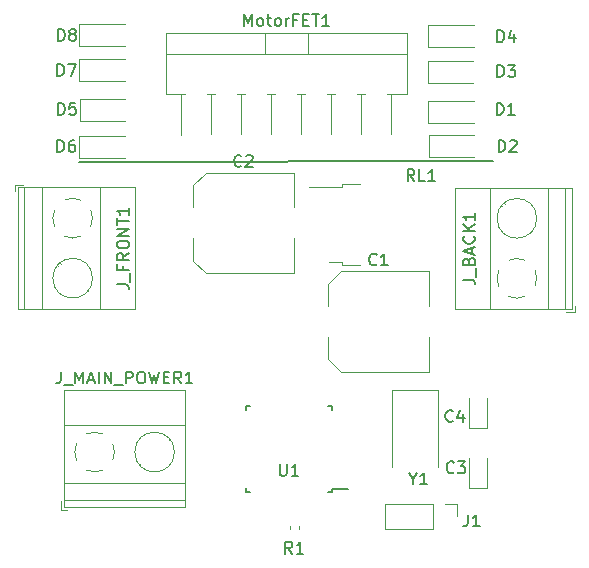
<source format=gbr>
%TF.GenerationSoftware,KiCad,Pcbnew,(6.0.5-0)*%
%TF.CreationDate,2022-06-28T17:28:19+02:00*%
%TF.ProjectId,JeepPCB,4a656570-5043-4422-9e6b-696361645f70,rev?*%
%TF.SameCoordinates,Original*%
%TF.FileFunction,Legend,Top*%
%TF.FilePolarity,Positive*%
%FSLAX46Y46*%
G04 Gerber Fmt 4.6, Leading zero omitted, Abs format (unit mm)*
G04 Created by KiCad (PCBNEW (6.0.5-0)) date 2022-06-28 17:28:19*
%MOMM*%
%LPD*%
G01*
G04 APERTURE LIST*
%ADD10C,0.150000*%
%ADD11C,0.120000*%
G04 APERTURE END LIST*
D10*
X43200000Y-53700000D02*
X78300000Y-53650000D01*
%TO.C,RL1*%
X71628571Y-55302380D02*
X71295238Y-54826190D01*
X71057142Y-55302380D02*
X71057142Y-54302380D01*
X71438095Y-54302380D01*
X71533333Y-54350000D01*
X71580952Y-54397619D01*
X71628571Y-54492857D01*
X71628571Y-54635714D01*
X71580952Y-54730952D01*
X71533333Y-54778571D01*
X71438095Y-54826190D01*
X71057142Y-54826190D01*
X72533333Y-55302380D02*
X72057142Y-55302380D01*
X72057142Y-54302380D01*
X73390476Y-55302380D02*
X72819047Y-55302380D01*
X73104761Y-55302380D02*
X73104761Y-54302380D01*
X73009523Y-54445238D01*
X72914285Y-54540476D01*
X72819047Y-54588095D01*
%TO.C,C3*%
X74983333Y-79957142D02*
X74935714Y-80004761D01*
X74792857Y-80052380D01*
X74697619Y-80052380D01*
X74554761Y-80004761D01*
X74459523Y-79909523D01*
X74411904Y-79814285D01*
X74364285Y-79623809D01*
X74364285Y-79480952D01*
X74411904Y-79290476D01*
X74459523Y-79195238D01*
X74554761Y-79100000D01*
X74697619Y-79052380D01*
X74792857Y-79052380D01*
X74935714Y-79100000D01*
X74983333Y-79147619D01*
X75316666Y-79052380D02*
X75935714Y-79052380D01*
X75602380Y-79433333D01*
X75745238Y-79433333D01*
X75840476Y-79480952D01*
X75888095Y-79528571D01*
X75935714Y-79623809D01*
X75935714Y-79861904D01*
X75888095Y-79957142D01*
X75840476Y-80004761D01*
X75745238Y-80052380D01*
X75459523Y-80052380D01*
X75364285Y-80004761D01*
X75316666Y-79957142D01*
%TO.C,D4*%
X78661904Y-43552380D02*
X78661904Y-42552380D01*
X78900000Y-42552380D01*
X79042857Y-42600000D01*
X79138095Y-42695238D01*
X79185714Y-42790476D01*
X79233333Y-42980952D01*
X79233333Y-43123809D01*
X79185714Y-43314285D01*
X79138095Y-43409523D01*
X79042857Y-43504761D01*
X78900000Y-43552380D01*
X78661904Y-43552380D01*
X80090476Y-42885714D02*
X80090476Y-43552380D01*
X79852380Y-42504761D02*
X79614285Y-43219047D01*
X80233333Y-43219047D01*
%TO.C,D6*%
X41411904Y-52852380D02*
X41411904Y-51852380D01*
X41650000Y-51852380D01*
X41792857Y-51900000D01*
X41888095Y-51995238D01*
X41935714Y-52090476D01*
X41983333Y-52280952D01*
X41983333Y-52423809D01*
X41935714Y-52614285D01*
X41888095Y-52709523D01*
X41792857Y-52804761D01*
X41650000Y-52852380D01*
X41411904Y-52852380D01*
X42840476Y-51852380D02*
X42650000Y-51852380D01*
X42554761Y-51900000D01*
X42507142Y-51947619D01*
X42411904Y-52090476D01*
X42364285Y-52280952D01*
X42364285Y-52661904D01*
X42411904Y-52757142D01*
X42459523Y-52804761D01*
X42554761Y-52852380D01*
X42745238Y-52852380D01*
X42840476Y-52804761D01*
X42888095Y-52757142D01*
X42935714Y-52661904D01*
X42935714Y-52423809D01*
X42888095Y-52328571D01*
X42840476Y-52280952D01*
X42745238Y-52233333D01*
X42554761Y-52233333D01*
X42459523Y-52280952D01*
X42411904Y-52328571D01*
X42364285Y-52423809D01*
%TO.C,U1*%
X60238095Y-79252380D02*
X60238095Y-80061904D01*
X60285714Y-80157142D01*
X60333333Y-80204761D01*
X60428571Y-80252380D01*
X60619047Y-80252380D01*
X60714285Y-80204761D01*
X60761904Y-80157142D01*
X60809523Y-80061904D01*
X60809523Y-79252380D01*
X61809523Y-80252380D02*
X61238095Y-80252380D01*
X61523809Y-80252380D02*
X61523809Y-79252380D01*
X61428571Y-79395238D01*
X61333333Y-79490476D01*
X61238095Y-79538095D01*
%TO.C,D1*%
X78611904Y-49702380D02*
X78611904Y-48702380D01*
X78850000Y-48702380D01*
X78992857Y-48750000D01*
X79088095Y-48845238D01*
X79135714Y-48940476D01*
X79183333Y-49130952D01*
X79183333Y-49273809D01*
X79135714Y-49464285D01*
X79088095Y-49559523D01*
X78992857Y-49654761D01*
X78850000Y-49702380D01*
X78611904Y-49702380D01*
X80135714Y-49702380D02*
X79564285Y-49702380D01*
X79850000Y-49702380D02*
X79850000Y-48702380D01*
X79754761Y-48845238D01*
X79659523Y-48940476D01*
X79564285Y-48988095D01*
%TO.C,J1*%
X76166666Y-83552380D02*
X76166666Y-84266666D01*
X76119047Y-84409523D01*
X76023809Y-84504761D01*
X75880952Y-84552380D01*
X75785714Y-84552380D01*
X77166666Y-84552380D02*
X76595238Y-84552380D01*
X76880952Y-84552380D02*
X76880952Y-83552380D01*
X76785714Y-83695238D01*
X76690476Y-83790476D01*
X76595238Y-83838095D01*
%TO.C,D8*%
X41461904Y-43452380D02*
X41461904Y-42452380D01*
X41700000Y-42452380D01*
X41842857Y-42500000D01*
X41938095Y-42595238D01*
X41985714Y-42690476D01*
X42033333Y-42880952D01*
X42033333Y-43023809D01*
X41985714Y-43214285D01*
X41938095Y-43309523D01*
X41842857Y-43404761D01*
X41700000Y-43452380D01*
X41461904Y-43452380D01*
X42604761Y-42880952D02*
X42509523Y-42833333D01*
X42461904Y-42785714D01*
X42414285Y-42690476D01*
X42414285Y-42642857D01*
X42461904Y-42547619D01*
X42509523Y-42500000D01*
X42604761Y-42452380D01*
X42795238Y-42452380D01*
X42890476Y-42500000D01*
X42938095Y-42547619D01*
X42985714Y-42642857D01*
X42985714Y-42690476D01*
X42938095Y-42785714D01*
X42890476Y-42833333D01*
X42795238Y-42880952D01*
X42604761Y-42880952D01*
X42509523Y-42928571D01*
X42461904Y-42976190D01*
X42414285Y-43071428D01*
X42414285Y-43261904D01*
X42461904Y-43357142D01*
X42509523Y-43404761D01*
X42604761Y-43452380D01*
X42795238Y-43452380D01*
X42890476Y-43404761D01*
X42938095Y-43357142D01*
X42985714Y-43261904D01*
X42985714Y-43071428D01*
X42938095Y-42976190D01*
X42890476Y-42928571D01*
X42795238Y-42880952D01*
%TO.C,D2*%
X78761904Y-52852380D02*
X78761904Y-51852380D01*
X79000000Y-51852380D01*
X79142857Y-51900000D01*
X79238095Y-51995238D01*
X79285714Y-52090476D01*
X79333333Y-52280952D01*
X79333333Y-52423809D01*
X79285714Y-52614285D01*
X79238095Y-52709523D01*
X79142857Y-52804761D01*
X79000000Y-52852380D01*
X78761904Y-52852380D01*
X79714285Y-51947619D02*
X79761904Y-51900000D01*
X79857142Y-51852380D01*
X80095238Y-51852380D01*
X80190476Y-51900000D01*
X80238095Y-51947619D01*
X80285714Y-52042857D01*
X80285714Y-52138095D01*
X80238095Y-52280952D01*
X79666666Y-52852380D01*
X80285714Y-52852380D01*
%TO.C,D5*%
X41461904Y-49702380D02*
X41461904Y-48702380D01*
X41700000Y-48702380D01*
X41842857Y-48750000D01*
X41938095Y-48845238D01*
X41985714Y-48940476D01*
X42033333Y-49130952D01*
X42033333Y-49273809D01*
X41985714Y-49464285D01*
X41938095Y-49559523D01*
X41842857Y-49654761D01*
X41700000Y-49702380D01*
X41461904Y-49702380D01*
X42938095Y-48702380D02*
X42461904Y-48702380D01*
X42414285Y-49178571D01*
X42461904Y-49130952D01*
X42557142Y-49083333D01*
X42795238Y-49083333D01*
X42890476Y-49130952D01*
X42938095Y-49178571D01*
X42985714Y-49273809D01*
X42985714Y-49511904D01*
X42938095Y-49607142D01*
X42890476Y-49654761D01*
X42795238Y-49702380D01*
X42557142Y-49702380D01*
X42461904Y-49654761D01*
X42414285Y-49607142D01*
%TO.C,J_FRONT1*%
X46452380Y-64066428D02*
X47166666Y-64066428D01*
X47309523Y-64114047D01*
X47404761Y-64209285D01*
X47452380Y-64352142D01*
X47452380Y-64447380D01*
X47547619Y-63828333D02*
X47547619Y-63066428D01*
X46928571Y-62495000D02*
X46928571Y-62828333D01*
X47452380Y-62828333D02*
X46452380Y-62828333D01*
X46452380Y-62352142D01*
X47452380Y-61399761D02*
X46976190Y-61733095D01*
X47452380Y-61971190D02*
X46452380Y-61971190D01*
X46452380Y-61590238D01*
X46500000Y-61495000D01*
X46547619Y-61447380D01*
X46642857Y-61399761D01*
X46785714Y-61399761D01*
X46880952Y-61447380D01*
X46928571Y-61495000D01*
X46976190Y-61590238D01*
X46976190Y-61971190D01*
X46452380Y-60780714D02*
X46452380Y-60590238D01*
X46500000Y-60495000D01*
X46595238Y-60399761D01*
X46785714Y-60352142D01*
X47119047Y-60352142D01*
X47309523Y-60399761D01*
X47404761Y-60495000D01*
X47452380Y-60590238D01*
X47452380Y-60780714D01*
X47404761Y-60875952D01*
X47309523Y-60971190D01*
X47119047Y-61018809D01*
X46785714Y-61018809D01*
X46595238Y-60971190D01*
X46500000Y-60875952D01*
X46452380Y-60780714D01*
X47452380Y-59923571D02*
X46452380Y-59923571D01*
X47452380Y-59352142D01*
X46452380Y-59352142D01*
X46452380Y-59018809D02*
X46452380Y-58447380D01*
X47452380Y-58733095D02*
X46452380Y-58733095D01*
X47452380Y-57590238D02*
X47452380Y-58161666D01*
X47452380Y-57875952D02*
X46452380Y-57875952D01*
X46595238Y-57971190D01*
X46690476Y-58066428D01*
X46738095Y-58161666D01*
%TO.C,Y1*%
X71523809Y-80526190D02*
X71523809Y-81002380D01*
X71190476Y-80002380D02*
X71523809Y-80526190D01*
X71857142Y-80002380D01*
X72714285Y-81002380D02*
X72142857Y-81002380D01*
X72428571Y-81002380D02*
X72428571Y-80002380D01*
X72333333Y-80145238D01*
X72238095Y-80240476D01*
X72142857Y-80288095D01*
%TO.C,C2*%
X56983333Y-54007142D02*
X56935714Y-54054761D01*
X56792857Y-54102380D01*
X56697619Y-54102380D01*
X56554761Y-54054761D01*
X56459523Y-53959523D01*
X56411904Y-53864285D01*
X56364285Y-53673809D01*
X56364285Y-53530952D01*
X56411904Y-53340476D01*
X56459523Y-53245238D01*
X56554761Y-53150000D01*
X56697619Y-53102380D01*
X56792857Y-53102380D01*
X56935714Y-53150000D01*
X56983333Y-53197619D01*
X57364285Y-53197619D02*
X57411904Y-53150000D01*
X57507142Y-53102380D01*
X57745238Y-53102380D01*
X57840476Y-53150000D01*
X57888095Y-53197619D01*
X57935714Y-53292857D01*
X57935714Y-53388095D01*
X57888095Y-53530952D01*
X57316666Y-54102380D01*
X57935714Y-54102380D01*
%TO.C,C4*%
X74883333Y-75607142D02*
X74835714Y-75654761D01*
X74692857Y-75702380D01*
X74597619Y-75702380D01*
X74454761Y-75654761D01*
X74359523Y-75559523D01*
X74311904Y-75464285D01*
X74264285Y-75273809D01*
X74264285Y-75130952D01*
X74311904Y-74940476D01*
X74359523Y-74845238D01*
X74454761Y-74750000D01*
X74597619Y-74702380D01*
X74692857Y-74702380D01*
X74835714Y-74750000D01*
X74883333Y-74797619D01*
X75740476Y-75035714D02*
X75740476Y-75702380D01*
X75502380Y-74654761D02*
X75264285Y-75369047D01*
X75883333Y-75369047D01*
%TO.C,R1*%
X61283333Y-86852380D02*
X60950000Y-86376190D01*
X60711904Y-86852380D02*
X60711904Y-85852380D01*
X61092857Y-85852380D01*
X61188095Y-85900000D01*
X61235714Y-85947619D01*
X61283333Y-86042857D01*
X61283333Y-86185714D01*
X61235714Y-86280952D01*
X61188095Y-86328571D01*
X61092857Y-86376190D01*
X60711904Y-86376190D01*
X62235714Y-86852380D02*
X61664285Y-86852380D01*
X61950000Y-86852380D02*
X61950000Y-85852380D01*
X61854761Y-85995238D01*
X61759523Y-86090476D01*
X61664285Y-86138095D01*
%TO.C,C1*%
X68433333Y-62357142D02*
X68385714Y-62404761D01*
X68242857Y-62452380D01*
X68147619Y-62452380D01*
X68004761Y-62404761D01*
X67909523Y-62309523D01*
X67861904Y-62214285D01*
X67814285Y-62023809D01*
X67814285Y-61880952D01*
X67861904Y-61690476D01*
X67909523Y-61595238D01*
X68004761Y-61500000D01*
X68147619Y-61452380D01*
X68242857Y-61452380D01*
X68385714Y-61500000D01*
X68433333Y-61547619D01*
X69385714Y-62452380D02*
X68814285Y-62452380D01*
X69100000Y-62452380D02*
X69100000Y-61452380D01*
X69004761Y-61595238D01*
X68909523Y-61690476D01*
X68814285Y-61738095D01*
%TO.C,J_MAIN_POWER1*%
X41690238Y-71447380D02*
X41690238Y-72161666D01*
X41642619Y-72304523D01*
X41547380Y-72399761D01*
X41404523Y-72447380D01*
X41309285Y-72447380D01*
X41928333Y-72542619D02*
X42690238Y-72542619D01*
X42928333Y-72447380D02*
X42928333Y-71447380D01*
X43261666Y-72161666D01*
X43594999Y-71447380D01*
X43594999Y-72447380D01*
X44023571Y-72161666D02*
X44499761Y-72161666D01*
X43928333Y-72447380D02*
X44261666Y-71447380D01*
X44594999Y-72447380D01*
X44928333Y-72447380D02*
X44928333Y-71447380D01*
X45404523Y-72447380D02*
X45404523Y-71447380D01*
X45975952Y-72447380D01*
X45975952Y-71447380D01*
X46214047Y-72542619D02*
X46975952Y-72542619D01*
X47214047Y-72447380D02*
X47214047Y-71447380D01*
X47594999Y-71447380D01*
X47690238Y-71495000D01*
X47737857Y-71542619D01*
X47785476Y-71637857D01*
X47785476Y-71780714D01*
X47737857Y-71875952D01*
X47690238Y-71923571D01*
X47594999Y-71971190D01*
X47214047Y-71971190D01*
X48404523Y-71447380D02*
X48594999Y-71447380D01*
X48690238Y-71495000D01*
X48785476Y-71590238D01*
X48833095Y-71780714D01*
X48833095Y-72114047D01*
X48785476Y-72304523D01*
X48690238Y-72399761D01*
X48594999Y-72447380D01*
X48404523Y-72447380D01*
X48309285Y-72399761D01*
X48214047Y-72304523D01*
X48166428Y-72114047D01*
X48166428Y-71780714D01*
X48214047Y-71590238D01*
X48309285Y-71495000D01*
X48404523Y-71447380D01*
X49166428Y-71447380D02*
X49404523Y-72447380D01*
X49594999Y-71733095D01*
X49785476Y-72447380D01*
X50023571Y-71447380D01*
X50404523Y-71923571D02*
X50737857Y-71923571D01*
X50880714Y-72447380D02*
X50404523Y-72447380D01*
X50404523Y-71447380D01*
X50880714Y-71447380D01*
X51880714Y-72447380D02*
X51547380Y-71971190D01*
X51309285Y-72447380D02*
X51309285Y-71447380D01*
X51690238Y-71447380D01*
X51785476Y-71495000D01*
X51833095Y-71542619D01*
X51880714Y-71637857D01*
X51880714Y-71780714D01*
X51833095Y-71875952D01*
X51785476Y-71923571D01*
X51690238Y-71971190D01*
X51309285Y-71971190D01*
X52833095Y-72447380D02*
X52261666Y-72447380D01*
X52547380Y-72447380D02*
X52547380Y-71447380D01*
X52452142Y-71590238D01*
X52356904Y-71685476D01*
X52261666Y-71733095D01*
%TO.C,D7*%
X41411904Y-46402380D02*
X41411904Y-45402380D01*
X41650000Y-45402380D01*
X41792857Y-45450000D01*
X41888095Y-45545238D01*
X41935714Y-45640476D01*
X41983333Y-45830952D01*
X41983333Y-45973809D01*
X41935714Y-46164285D01*
X41888095Y-46259523D01*
X41792857Y-46354761D01*
X41650000Y-46402380D01*
X41411904Y-46402380D01*
X42316666Y-45402380D02*
X42983333Y-45402380D01*
X42554761Y-46402380D01*
%TO.C,D3*%
X78661904Y-46502380D02*
X78661904Y-45502380D01*
X78900000Y-45502380D01*
X79042857Y-45550000D01*
X79138095Y-45645238D01*
X79185714Y-45740476D01*
X79233333Y-45930952D01*
X79233333Y-46073809D01*
X79185714Y-46264285D01*
X79138095Y-46359523D01*
X79042857Y-46454761D01*
X78900000Y-46502380D01*
X78661904Y-46502380D01*
X79566666Y-45502380D02*
X80185714Y-45502380D01*
X79852380Y-45883333D01*
X79995238Y-45883333D01*
X80090476Y-45930952D01*
X80138095Y-45978571D01*
X80185714Y-46073809D01*
X80185714Y-46311904D01*
X80138095Y-46407142D01*
X80090476Y-46454761D01*
X79995238Y-46502380D01*
X79709523Y-46502380D01*
X79614285Y-46454761D01*
X79566666Y-46407142D01*
%TO.C,MotorFET1*%
X57223571Y-42187380D02*
X57223571Y-41187380D01*
X57556904Y-41901666D01*
X57890238Y-41187380D01*
X57890238Y-42187380D01*
X58509285Y-42187380D02*
X58414047Y-42139761D01*
X58366428Y-42092142D01*
X58318809Y-41996904D01*
X58318809Y-41711190D01*
X58366428Y-41615952D01*
X58414047Y-41568333D01*
X58509285Y-41520714D01*
X58652142Y-41520714D01*
X58747380Y-41568333D01*
X58795000Y-41615952D01*
X58842619Y-41711190D01*
X58842619Y-41996904D01*
X58795000Y-42092142D01*
X58747380Y-42139761D01*
X58652142Y-42187380D01*
X58509285Y-42187380D01*
X59128333Y-41520714D02*
X59509285Y-41520714D01*
X59271190Y-41187380D02*
X59271190Y-42044523D01*
X59318809Y-42139761D01*
X59414047Y-42187380D01*
X59509285Y-42187380D01*
X59985476Y-42187380D02*
X59890238Y-42139761D01*
X59842619Y-42092142D01*
X59795000Y-41996904D01*
X59795000Y-41711190D01*
X59842619Y-41615952D01*
X59890238Y-41568333D01*
X59985476Y-41520714D01*
X60128333Y-41520714D01*
X60223571Y-41568333D01*
X60271190Y-41615952D01*
X60318809Y-41711190D01*
X60318809Y-41996904D01*
X60271190Y-42092142D01*
X60223571Y-42139761D01*
X60128333Y-42187380D01*
X59985476Y-42187380D01*
X60747380Y-42187380D02*
X60747380Y-41520714D01*
X60747380Y-41711190D02*
X60795000Y-41615952D01*
X60842619Y-41568333D01*
X60937857Y-41520714D01*
X61033095Y-41520714D01*
X61699761Y-41663571D02*
X61366428Y-41663571D01*
X61366428Y-42187380D02*
X61366428Y-41187380D01*
X61842619Y-41187380D01*
X62223571Y-41663571D02*
X62556904Y-41663571D01*
X62699761Y-42187380D02*
X62223571Y-42187380D01*
X62223571Y-41187380D01*
X62699761Y-41187380D01*
X62985476Y-41187380D02*
X63556904Y-41187380D01*
X63271190Y-42187380D02*
X63271190Y-41187380D01*
X64414047Y-42187380D02*
X63842619Y-42187380D01*
X64128333Y-42187380D02*
X64128333Y-41187380D01*
X64033095Y-41330238D01*
X63937857Y-41425476D01*
X63842619Y-41473095D01*
%TO.C,J_BACK1*%
X75757380Y-63647857D02*
X76471666Y-63647857D01*
X76614523Y-63695476D01*
X76709761Y-63790714D01*
X76757380Y-63933571D01*
X76757380Y-64028809D01*
X76852619Y-63409761D02*
X76852619Y-62647857D01*
X76233571Y-62076428D02*
X76281190Y-61933571D01*
X76328809Y-61885952D01*
X76424047Y-61838333D01*
X76566904Y-61838333D01*
X76662142Y-61885952D01*
X76709761Y-61933571D01*
X76757380Y-62028809D01*
X76757380Y-62409761D01*
X75757380Y-62409761D01*
X75757380Y-62076428D01*
X75805000Y-61981190D01*
X75852619Y-61933571D01*
X75947857Y-61885952D01*
X76043095Y-61885952D01*
X76138333Y-61933571D01*
X76185952Y-61981190D01*
X76233571Y-62076428D01*
X76233571Y-62409761D01*
X76471666Y-61457380D02*
X76471666Y-60981190D01*
X76757380Y-61552619D02*
X75757380Y-61219285D01*
X76757380Y-60885952D01*
X76662142Y-59981190D02*
X76709761Y-60028809D01*
X76757380Y-60171666D01*
X76757380Y-60266904D01*
X76709761Y-60409761D01*
X76614523Y-60505000D01*
X76519285Y-60552619D01*
X76328809Y-60600238D01*
X76185952Y-60600238D01*
X75995476Y-60552619D01*
X75900238Y-60505000D01*
X75805000Y-60409761D01*
X75757380Y-60266904D01*
X75757380Y-60171666D01*
X75805000Y-60028809D01*
X75852619Y-59981190D01*
X76757380Y-59552619D02*
X75757380Y-59552619D01*
X76757380Y-58981190D02*
X76185952Y-59409761D01*
X75757380Y-58981190D02*
X76328809Y-59552619D01*
X76757380Y-58028809D02*
X76757380Y-58600238D01*
X76757380Y-58314523D02*
X75757380Y-58314523D01*
X75900238Y-58409761D01*
X75995476Y-58505000D01*
X76043095Y-58600238D01*
D11*
%TO.C,RL1*%
X65530000Y-55550000D02*
X65530000Y-55820000D01*
X65530000Y-62450000D02*
X65530000Y-62180000D01*
X65530000Y-62180000D02*
X64430000Y-62180000D01*
X65530000Y-55820000D02*
X62700000Y-55820000D01*
X67030000Y-55550000D02*
X65530000Y-55550000D01*
X67030000Y-62450000D02*
X65530000Y-62450000D01*
%TO.C,C3*%
X76215000Y-78800000D02*
X76215000Y-81285000D01*
X77785000Y-81285000D02*
X77785000Y-78800000D01*
X76215000Y-81285000D02*
X77785000Y-81285000D01*
%TO.C,D4*%
X76650000Y-42070000D02*
X72820000Y-42070000D01*
X72820000Y-42070000D02*
X72820000Y-43930000D01*
X72820000Y-43930000D02*
X76650000Y-43930000D01*
%TO.C,D6*%
X47100000Y-51470000D02*
X43270000Y-51470000D01*
X43270000Y-51470000D02*
X43270000Y-53330000D01*
X43270000Y-53330000D02*
X47100000Y-53330000D01*
D10*
%TO.C,U1*%
X64625000Y-81625000D02*
X64625000Y-81400000D01*
X57375000Y-74375000D02*
X57375000Y-74700000D01*
X64625000Y-74375000D02*
X64300000Y-74375000D01*
X64625000Y-74375000D02*
X64625000Y-74700000D01*
X57375000Y-74375000D02*
X57700000Y-74375000D01*
X64625000Y-81625000D02*
X64300000Y-81625000D01*
X57375000Y-81625000D02*
X57700000Y-81625000D01*
X64625000Y-81400000D02*
X66050000Y-81400000D01*
X57375000Y-81625000D02*
X57375000Y-81300000D01*
D11*
%TO.C,D1*%
X72820000Y-50380000D02*
X76650000Y-50380000D01*
X72820000Y-48520000D02*
X72820000Y-50380000D01*
X76650000Y-48520000D02*
X72820000Y-48520000D01*
%TO.C,J1*%
X73200000Y-82640000D02*
X73200000Y-84760000D01*
X75260000Y-82640000D02*
X75260000Y-83700000D01*
X73200000Y-82640000D02*
X69140000Y-82640000D01*
X74200000Y-82640000D02*
X75260000Y-82640000D01*
X73200000Y-84760000D02*
X69140000Y-84760000D01*
X69140000Y-82640000D02*
X69140000Y-84760000D01*
%TO.C,D8*%
X43270000Y-43880000D02*
X47100000Y-43880000D01*
X47100000Y-42020000D02*
X43270000Y-42020000D01*
X43270000Y-42020000D02*
X43270000Y-43880000D01*
%TO.C,D2*%
X72870000Y-51420000D02*
X72870000Y-53280000D01*
X72870000Y-53280000D02*
X76700000Y-53280000D01*
X76700000Y-51420000D02*
X72870000Y-51420000D01*
%TO.C,D5*%
X43320000Y-50230000D02*
X47150000Y-50230000D01*
X47150000Y-48370000D02*
X43320000Y-48370000D01*
X43320000Y-48370000D02*
X43320000Y-50230000D01*
%TO.C,J_FRONT1*%
X38035000Y-55855000D02*
X38035000Y-66135000D01*
X38535000Y-55615000D02*
X37795000Y-55615000D01*
X44996000Y-55855000D02*
X44996000Y-66135000D01*
X41456000Y-62501000D02*
X41421000Y-62466000D01*
X40095000Y-55855000D02*
X40095000Y-66135000D01*
X47956000Y-66135000D02*
X38035000Y-66135000D01*
X47956000Y-55855000D02*
X47956000Y-66135000D01*
X47956000Y-55855000D02*
X38035000Y-55855000D01*
X38595000Y-55855000D02*
X38595000Y-66135000D01*
X41672000Y-62308000D02*
X41626000Y-62261000D01*
X43764000Y-64810000D02*
X43718000Y-64763000D01*
X43970000Y-64605000D02*
X43934000Y-64570000D01*
X37795000Y-55615000D02*
X37795000Y-56115000D01*
X41015000Y-58455000D02*
G75*
G03*
X41160244Y-59138318I1680000J0D01*
G01*
X43379000Y-56920000D02*
G75*
G03*
X42011958Y-56919573I-684001J-1534993D01*
G01*
X44230000Y-59139000D02*
G75*
G03*
X44230427Y-57771958I-1534993J684001D01*
G01*
X42011000Y-59990001D02*
G75*
G03*
X43378042Y-59990427I684000J1535001D01*
G01*
X41160000Y-57771000D02*
G75*
G03*
X41014747Y-58483805I1535001J-683999D01*
G01*
X44375000Y-63535000D02*
G75*
G03*
X44375000Y-63535000I-1680000J0D01*
G01*
%TO.C,Y1*%
X73650000Y-73000000D02*
X69750000Y-73000000D01*
X69750000Y-73000000D02*
X69750000Y-79550000D01*
X73650000Y-79550000D02*
X73650000Y-73000000D01*
%TO.C,C2*%
X53954437Y-63110000D02*
X61410000Y-63110000D01*
X53954437Y-54590000D02*
X61410000Y-54590000D01*
X52890000Y-62045563D02*
X53954437Y-63110000D01*
X52890000Y-55654437D02*
X53954437Y-54590000D01*
X52890000Y-62045563D02*
X52890000Y-60160000D01*
X61410000Y-54590000D02*
X61410000Y-57540000D01*
X52890000Y-55654437D02*
X52890000Y-57540000D01*
X61410000Y-63110000D02*
X61410000Y-60160000D01*
%TO.C,C4*%
X76215000Y-73700000D02*
X76215000Y-76185000D01*
X77785000Y-76185000D02*
X77785000Y-73700000D01*
X76215000Y-76185000D02*
X77785000Y-76185000D01*
%TO.C,R1*%
X61830000Y-84803641D02*
X61830000Y-84496359D01*
X61070000Y-84803641D02*
X61070000Y-84496359D01*
%TO.C,C1*%
X64340000Y-64004437D02*
X64340000Y-65890000D01*
X72860000Y-62940000D02*
X72860000Y-65890000D01*
X65404437Y-62940000D02*
X72860000Y-62940000D01*
X64340000Y-70395563D02*
X64340000Y-68510000D01*
X65404437Y-71460000D02*
X72860000Y-71460000D01*
X64340000Y-70395563D02*
X65404437Y-71460000D01*
X72860000Y-71460000D02*
X72860000Y-68510000D01*
X64340000Y-64004437D02*
X65404437Y-62940000D01*
%TO.C,J_MAIN_POWER1*%
X52235000Y-72994000D02*
X52235000Y-82915000D01*
X41955000Y-82915000D02*
X52235000Y-82915000D01*
X41955000Y-80855000D02*
X52235000Y-80855000D01*
X41955000Y-72994000D02*
X41955000Y-82915000D01*
X41715000Y-82415000D02*
X41715000Y-83155000D01*
X50705000Y-76980000D02*
X50670000Y-77016000D01*
X48601000Y-79494000D02*
X48566000Y-79529000D01*
X50910000Y-77186000D02*
X50863000Y-77232000D01*
X48408000Y-79278000D02*
X48361000Y-79324000D01*
X41955000Y-72994000D02*
X52235000Y-72994000D01*
X41715000Y-83155000D02*
X42215000Y-83155000D01*
X41955000Y-75954000D02*
X52235000Y-75954000D01*
X41955000Y-82355000D02*
X52235000Y-82355000D01*
X44555000Y-79935000D02*
G75*
G03*
X45238318Y-79789756I0J1680000D01*
G01*
X43020000Y-77571000D02*
G75*
G03*
X43019573Y-78938042I1534993J-684001D01*
G01*
X43871000Y-79790000D02*
G75*
G03*
X44583805Y-79935253I683999J1535001D01*
G01*
X45239000Y-76720000D02*
G75*
G03*
X43871958Y-76719573I-684001J-1534993D01*
G01*
X46090001Y-78939000D02*
G75*
G03*
X46090427Y-77571958I-1535001J684000D01*
G01*
X51315000Y-78255000D02*
G75*
G03*
X51315000Y-78255000I-1680000J0D01*
G01*
%TO.C,D7*%
X47100000Y-45020000D02*
X43270000Y-45020000D01*
X43270000Y-45020000D02*
X43270000Y-46880000D01*
X43270000Y-46880000D02*
X47100000Y-46880000D01*
%TO.C,D3*%
X72770000Y-46980000D02*
X76600000Y-46980000D01*
X72770000Y-45120000D02*
X72770000Y-46980000D01*
X76600000Y-45120000D02*
X72770000Y-45120000D01*
%TO.C,MotorFET1*%
X69340000Y-47976000D02*
X71015000Y-47976000D01*
X58946000Y-42735000D02*
X58946000Y-44575000D01*
X64605000Y-47976000D02*
X64605000Y-51370000D01*
X50575000Y-42735000D02*
X71015000Y-42735000D01*
X64260000Y-47976000D02*
X64951000Y-47976000D01*
X50575000Y-44575000D02*
X71015000Y-44575000D01*
X69685000Y-47976000D02*
X69685000Y-51370000D01*
X51905000Y-47976000D02*
X51905000Y-51385000D01*
X67145000Y-47976000D02*
X67145000Y-51370000D01*
X61720000Y-47976000D02*
X62411000Y-47976000D01*
X62065000Y-47976000D02*
X62065000Y-51370000D01*
X66800000Y-47976000D02*
X67491000Y-47976000D01*
X54100000Y-47976000D02*
X54791000Y-47976000D01*
X62645000Y-42735000D02*
X62645000Y-44575000D01*
X56640000Y-47976000D02*
X57331000Y-47976000D01*
X50575000Y-47976000D02*
X52251000Y-47976000D01*
X56985000Y-47976000D02*
X56985000Y-51370000D01*
X54445000Y-47976000D02*
X54445000Y-51370000D01*
X59525000Y-47976000D02*
X59525000Y-51370000D01*
X71015000Y-42735000D02*
X71015000Y-47976000D01*
X59180000Y-47976000D02*
X59871000Y-47976000D01*
X50575000Y-42735000D02*
X50575000Y-47976000D01*
%TO.C,J_BACK1*%
X78004000Y-66145000D02*
X78004000Y-55865000D01*
X85205000Y-66385000D02*
X85205000Y-65885000D01*
X75044000Y-66145000D02*
X84965000Y-66145000D01*
X84965000Y-66145000D02*
X84965000Y-55865000D01*
X84465000Y-66385000D02*
X85205000Y-66385000D01*
X75044000Y-66145000D02*
X75044000Y-55865000D01*
X82905000Y-66145000D02*
X82905000Y-55865000D01*
X79030000Y-57395000D02*
X79066000Y-57430000D01*
X75044000Y-55865000D02*
X84965000Y-55865000D01*
X84405000Y-66145000D02*
X84405000Y-55865000D01*
X81328000Y-59692000D02*
X81374000Y-59739000D01*
X81544000Y-59499000D02*
X81579000Y-59534000D01*
X79236000Y-57190000D02*
X79282000Y-57237000D01*
X81985000Y-63545000D02*
G75*
G03*
X81839756Y-62861682I-1680000J0D01*
G01*
X81840000Y-64229000D02*
G75*
G03*
X81985253Y-63516195I-1535001J683999D01*
G01*
X80989000Y-62009999D02*
G75*
G03*
X79621958Y-62009573I-684000J-1535001D01*
G01*
X78770000Y-62861000D02*
G75*
G03*
X78769573Y-64228042I1534993J-684001D01*
G01*
X79621000Y-65080000D02*
G75*
G03*
X80988042Y-65080427I684001J1534993D01*
G01*
X81985000Y-58465000D02*
G75*
G03*
X81985000Y-58465000I-1680000J0D01*
G01*
%TD*%
M02*

</source>
